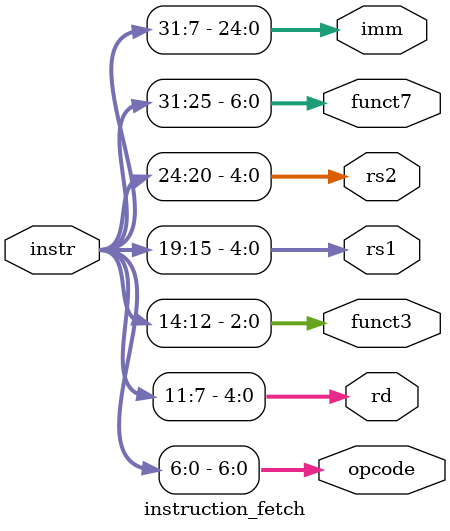
<source format=v>
`timescale 1ns / 1ps


module instruction_fetch(
		output [6:0] opcode, 
		output [11:7] rd, 
		output [14:12] funct3,
		output [19:15] rs1,
		output [24:20] rs2,
		output [31:25] funct7,
		output [31:7] imm,
		input [31:0] instr);
		
	assign opcode = instr[6:0];
	assign rd = instr[11:7];
	assign funct3 = instr[14:12];
	assign rs1 = instr[19:15];
	assign rs2 = instr[24:20];
	assign funct7 = instr[31:25];
	assign imm = instr[31:7];
	
endmodule

</source>
